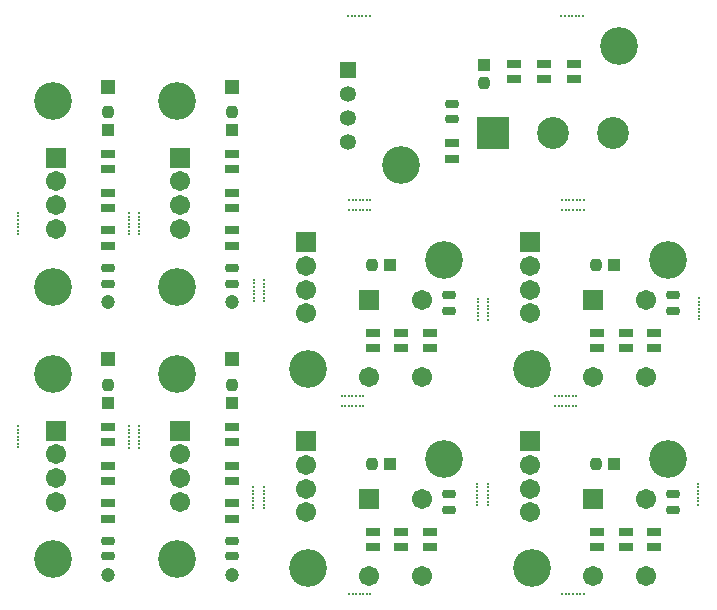
<source format=gts>
G04*
G04 #@! TF.GenerationSoftware,Altium Limited,Altium Designer,20.1.8 (145)*
G04*
G04 Layer_Color=8388736*
%FSLAX25Y25*%
%MOIN*%
G70*
G04*
G04 #@! TF.SameCoordinates,97AE0E28-4285-446D-9869-D3FBB0DEE563*
G04*
G04*
G04 #@! TF.FilePolarity,Negative*
G04*
G01*
G75*
%ADD19C,0.04724*%
%ADD20R,0.04724X0.04724*%
%ADD34R,0.04540X0.02769*%
%ADD35R,0.03950X0.03950*%
G04:AMPARAMS|DCode=36|XSize=39.5mil|YSize=39.5mil|CornerRadius=11.87mil|HoleSize=0mil|Usage=FLASHONLY|Rotation=270.000|XOffset=0mil|YOffset=0mil|HoleType=Round|Shape=RoundedRectangle|*
%AMROUNDEDRECTD36*
21,1,0.03950,0.01575,0,0,270.0*
21,1,0.01575,0.03950,0,0,270.0*
1,1,0.02375,-0.00787,-0.00787*
1,1,0.02375,-0.00787,0.00787*
1,1,0.02375,0.00787,0.00787*
1,1,0.02375,0.00787,-0.00787*
%
%ADD36ROUNDEDRECTD36*%
G04:AMPARAMS|DCode=37|XSize=27.69mil|YSize=45.4mil|CornerRadius=8.92mil|HoleSize=0mil|Usage=FLASHONLY|Rotation=270.000|XOffset=0mil|YOffset=0mil|HoleType=Round|Shape=RoundedRectangle|*
%AMROUNDEDRECTD37*
21,1,0.02769,0.02756,0,0,270.0*
21,1,0.00984,0.04540,0,0,270.0*
1,1,0.01784,-0.01378,-0.00492*
1,1,0.01784,-0.01378,0.00492*
1,1,0.01784,0.01378,0.00492*
1,1,0.01784,0.01378,-0.00492*
%
%ADD37ROUNDEDRECTD37*%
G04:AMPARAMS|DCode=38|XSize=39.5mil|YSize=39.5mil|CornerRadius=11.87mil|HoleSize=0mil|Usage=FLASHONLY|Rotation=0.000|XOffset=0mil|YOffset=0mil|HoleType=Round|Shape=RoundedRectangle|*
%AMROUNDEDRECTD38*
21,1,0.03950,0.01575,0,0,0.0*
21,1,0.01575,0.03950,0,0,0.0*
1,1,0.02375,0.00787,-0.00787*
1,1,0.02375,-0.00787,-0.00787*
1,1,0.02375,-0.00787,0.00787*
1,1,0.02375,0.00787,0.00787*
%
%ADD38ROUNDEDRECTD38*%
%ADD39R,0.03950X0.03950*%
%ADD40C,0.00922*%
%ADD41C,0.06706*%
%ADD42R,0.06706X0.06706*%
%ADD43C,0.12611*%
%ADD44R,0.05328X0.05328*%
%ADD45C,0.05328*%
%ADD46R,0.10642X0.10642*%
%ADD47C,0.10642*%
D19*
X45221Y21579D02*
D03*
X86559D02*
D03*
X45221Y112524D02*
D03*
X86559D02*
D03*
D20*
X45221Y93453D02*
D03*
X86559D02*
D03*
X45221Y184398D02*
D03*
X86559D02*
D03*
D34*
X45221Y58106D02*
D03*
Y52988D02*
D03*
Y71099D02*
D03*
Y65980D02*
D03*
Y45508D02*
D03*
Y40390D02*
D03*
X86559Y58106D02*
D03*
Y52988D02*
D03*
Y71099D02*
D03*
Y65980D02*
D03*
Y45508D02*
D03*
Y40390D02*
D03*
X45221Y149051D02*
D03*
Y143933D02*
D03*
Y162043D02*
D03*
Y156925D02*
D03*
Y136453D02*
D03*
Y131335D02*
D03*
X86559Y149051D02*
D03*
Y143933D02*
D03*
Y162043D02*
D03*
Y156925D02*
D03*
Y136453D02*
D03*
Y131335D02*
D03*
X190617Y186811D02*
D03*
Y191929D02*
D03*
X200591Y186811D02*
D03*
Y191929D02*
D03*
X180643D02*
D03*
Y186811D02*
D03*
X160039Y165551D02*
D03*
Y160433D02*
D03*
X152528Y30929D02*
D03*
Y36047D02*
D03*
X133630Y35941D02*
D03*
Y30823D02*
D03*
X143079Y30823D02*
D03*
Y35941D02*
D03*
X227331Y30929D02*
D03*
Y36047D02*
D03*
X208433Y35941D02*
D03*
Y30823D02*
D03*
X217882Y30823D02*
D03*
Y35941D02*
D03*
X152528Y97268D02*
D03*
Y102386D02*
D03*
X133630Y102279D02*
D03*
Y97161D02*
D03*
X143079Y97161D02*
D03*
Y102279D02*
D03*
X227331Y97268D02*
D03*
Y102386D02*
D03*
X208433Y102279D02*
D03*
Y97161D02*
D03*
X217882Y97161D02*
D03*
Y102279D02*
D03*
D35*
X45221Y78973D02*
D03*
X86559D02*
D03*
X45221Y169917D02*
D03*
X86559D02*
D03*
X170669Y191535D02*
D03*
D36*
X45221Y84878D02*
D03*
X86559D02*
D03*
X45221Y175823D02*
D03*
X86559D02*
D03*
X170669Y185630D02*
D03*
D37*
X45221Y27791D02*
D03*
Y32910D02*
D03*
X86559Y27791D02*
D03*
Y32910D02*
D03*
X45221Y118736D02*
D03*
Y123854D02*
D03*
X86559Y118736D02*
D03*
Y123854D02*
D03*
X159859Y173622D02*
D03*
Y178740D02*
D03*
X158827Y48466D02*
D03*
Y43347D02*
D03*
X233630Y48466D02*
D03*
Y43347D02*
D03*
X158827Y114804D02*
D03*
Y109686D02*
D03*
X233630Y114804D02*
D03*
Y109686D02*
D03*
D38*
X133236Y58579D02*
D03*
X208039D02*
D03*
X133236Y124917D02*
D03*
X208039D02*
D03*
D39*
X139142Y58579D02*
D03*
X213945D02*
D03*
X139142Y124917D02*
D03*
X213945D02*
D03*
D40*
X93996Y119980D02*
D03*
Y118799D02*
D03*
Y117618D02*
D03*
Y116437D02*
D03*
Y115256D02*
D03*
Y114075D02*
D03*
Y112894D02*
D03*
X15453Y71260D02*
D03*
Y70079D02*
D03*
Y68898D02*
D03*
Y67716D02*
D03*
Y66535D02*
D03*
Y65354D02*
D03*
Y64173D02*
D03*
Y142323D02*
D03*
Y141142D02*
D03*
Y139961D02*
D03*
Y138779D02*
D03*
Y137598D02*
D03*
Y136417D02*
D03*
Y135236D02*
D03*
X52165Y135138D02*
D03*
Y136319D02*
D03*
Y137500D02*
D03*
Y138681D02*
D03*
Y139862D02*
D03*
Y141043D02*
D03*
Y142224D02*
D03*
Y71161D02*
D03*
Y69980D02*
D03*
Y68799D02*
D03*
Y67618D02*
D03*
Y66437D02*
D03*
Y65256D02*
D03*
Y64075D02*
D03*
X55709Y71161D02*
D03*
Y69980D02*
D03*
Y68799D02*
D03*
Y67618D02*
D03*
Y66437D02*
D03*
Y65256D02*
D03*
Y64075D02*
D03*
Y142224D02*
D03*
Y141043D02*
D03*
Y139862D02*
D03*
Y138681D02*
D03*
Y137500D02*
D03*
Y136319D02*
D03*
Y135138D02*
D03*
X132480Y207972D02*
D03*
X131299D02*
D03*
X130118D02*
D03*
X128937D02*
D03*
X127756D02*
D03*
X126575D02*
D03*
X125394D02*
D03*
X203543D02*
D03*
X202362D02*
D03*
X201181D02*
D03*
X200000D02*
D03*
X198819D02*
D03*
X197638D02*
D03*
X196457D02*
D03*
X242126Y44980D02*
D03*
Y46161D02*
D03*
Y47343D02*
D03*
Y48524D02*
D03*
Y49705D02*
D03*
Y50886D02*
D03*
Y52067D02*
D03*
X242323Y113878D02*
D03*
Y112697D02*
D03*
Y111516D02*
D03*
Y110335D02*
D03*
Y109153D02*
D03*
Y107972D02*
D03*
Y106791D02*
D03*
X196752Y143209D02*
D03*
X197933D02*
D03*
X199114D02*
D03*
X200295D02*
D03*
X201476D02*
D03*
X202658D02*
D03*
X203839D02*
D03*
X125689D02*
D03*
X126870D02*
D03*
X128051D02*
D03*
X129232D02*
D03*
X130413D02*
D03*
X131595D02*
D03*
X132776D02*
D03*
X194291Y77854D02*
D03*
X195472D02*
D03*
X196653D02*
D03*
X197835D02*
D03*
X199016D02*
D03*
X200197D02*
D03*
X201378D02*
D03*
X123228D02*
D03*
X124409D02*
D03*
X125591D02*
D03*
X126772D02*
D03*
X127953D02*
D03*
X129134D02*
D03*
X130315D02*
D03*
X125689Y146752D02*
D03*
X126870D02*
D03*
X128051D02*
D03*
X129232D02*
D03*
X130413D02*
D03*
X131595D02*
D03*
X132776D02*
D03*
X203839D02*
D03*
X202658D02*
D03*
X201476D02*
D03*
X200295D02*
D03*
X199114D02*
D03*
X197933D02*
D03*
X196752D02*
D03*
X123228Y81201D02*
D03*
X124409D02*
D03*
X125591D02*
D03*
X126772D02*
D03*
X127953D02*
D03*
X129134D02*
D03*
X130315D02*
D03*
X201378D02*
D03*
X200197D02*
D03*
X199016D02*
D03*
X197835D02*
D03*
X196654D02*
D03*
X195473D02*
D03*
X194291D02*
D03*
X196752Y15256D02*
D03*
X197933D02*
D03*
X199114D02*
D03*
X200295D02*
D03*
X201476D02*
D03*
X202658D02*
D03*
X203839D02*
D03*
X172047Y113779D02*
D03*
Y112598D02*
D03*
Y111417D02*
D03*
Y110236D02*
D03*
Y109055D02*
D03*
Y107874D02*
D03*
Y106693D02*
D03*
X168504D02*
D03*
Y107874D02*
D03*
Y109055D02*
D03*
Y110236D02*
D03*
Y111417D02*
D03*
Y112598D02*
D03*
Y113779D02*
D03*
X93602Y50886D02*
D03*
Y49705D02*
D03*
Y48524D02*
D03*
Y47343D02*
D03*
Y46161D02*
D03*
Y44980D02*
D03*
Y43799D02*
D03*
X168307Y51968D02*
D03*
Y50787D02*
D03*
Y49606D02*
D03*
Y48425D02*
D03*
Y47244D02*
D03*
Y46063D02*
D03*
Y44882D02*
D03*
X171850D02*
D03*
Y46063D02*
D03*
Y47244D02*
D03*
Y48425D02*
D03*
Y49606D02*
D03*
Y50787D02*
D03*
Y51968D02*
D03*
X97441Y112845D02*
D03*
Y114026D02*
D03*
Y115207D02*
D03*
Y116388D02*
D03*
Y117569D02*
D03*
Y118750D02*
D03*
Y119931D02*
D03*
X97342Y50886D02*
D03*
Y49705D02*
D03*
Y48524D02*
D03*
Y47343D02*
D03*
Y46161D02*
D03*
Y44980D02*
D03*
Y43799D02*
D03*
X132776Y15256D02*
D03*
X131595D02*
D03*
X130413D02*
D03*
X129232D02*
D03*
X128051D02*
D03*
X126870D02*
D03*
X125689D02*
D03*
D41*
X28095Y46098D02*
D03*
Y61847D02*
D03*
Y53973D02*
D03*
X69433Y46098D02*
D03*
Y61847D02*
D03*
Y53973D02*
D03*
X28095Y137043D02*
D03*
Y152791D02*
D03*
Y144917D02*
D03*
X69433Y137043D02*
D03*
Y152791D02*
D03*
Y144917D02*
D03*
X111189Y42543D02*
D03*
Y58291D02*
D03*
Y50417D02*
D03*
X132252Y21374D02*
D03*
X149969D02*
D03*
Y46965D02*
D03*
X185992Y42543D02*
D03*
Y58291D02*
D03*
Y50417D02*
D03*
X207055Y21374D02*
D03*
X224772D02*
D03*
Y46965D02*
D03*
X111189Y108882D02*
D03*
Y124630D02*
D03*
Y116756D02*
D03*
X132252Y87713D02*
D03*
X149969D02*
D03*
Y113303D02*
D03*
X185992Y108882D02*
D03*
Y124630D02*
D03*
Y116756D02*
D03*
X207055Y87713D02*
D03*
X224772D02*
D03*
Y113303D02*
D03*
D42*
X28095Y69721D02*
D03*
X69433D02*
D03*
X28095Y160665D02*
D03*
X69433D02*
D03*
X111189Y66165D02*
D03*
X132252Y46965D02*
D03*
X185992Y66165D02*
D03*
X207055Y46965D02*
D03*
X111189Y132504D02*
D03*
X132252Y113303D02*
D03*
X185992Y132504D02*
D03*
X207055Y113303D02*
D03*
D43*
X27110Y88618D02*
D03*
Y26807D02*
D03*
X68449Y88618D02*
D03*
Y26807D02*
D03*
X27110Y179563D02*
D03*
Y117752D02*
D03*
X68449Y179563D02*
D03*
Y117752D02*
D03*
X215476Y197961D02*
D03*
X143110Y158268D02*
D03*
X157252Y60154D02*
D03*
X111976Y23933D02*
D03*
X232055Y60154D02*
D03*
X186779Y23933D02*
D03*
X157252Y126492D02*
D03*
X111976Y90272D02*
D03*
X232055Y126492D02*
D03*
X186779Y90272D02*
D03*
D44*
X125394Y189815D02*
D03*
D45*
Y181913D02*
D03*
Y174016D02*
D03*
Y166114D02*
D03*
D46*
X173504Y168881D02*
D03*
D47*
X193504D02*
D03*
X213504D02*
D03*
M02*

</source>
